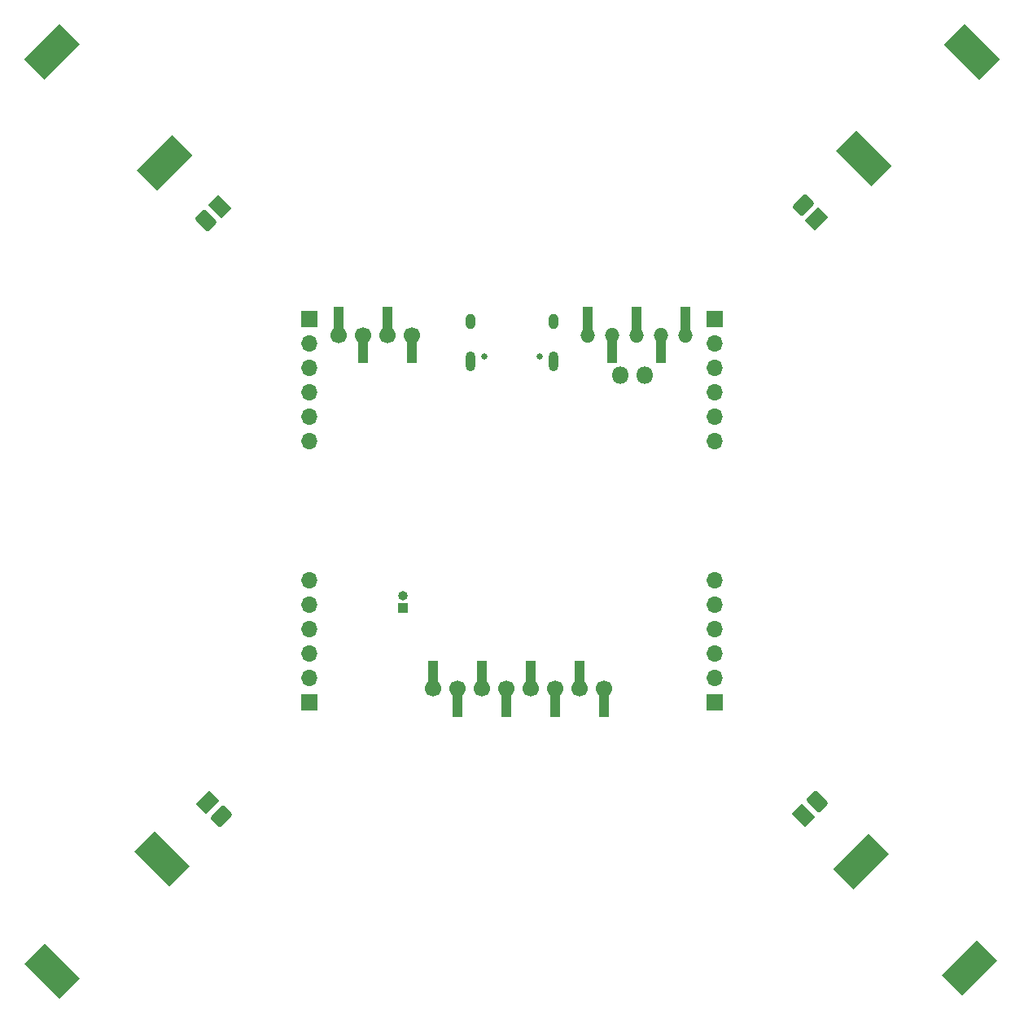
<source format=gbs>
G04 #@! TF.GenerationSoftware,KiCad,Pcbnew,9.0.0*
G04 #@! TF.CreationDate,2025-03-11T12:59:44+05:30*
G04 #@! TF.ProjectId,LiteWingV2.5C,4c697465-5769-46e6-9756-322e35432e6b,rev?*
G04 #@! TF.SameCoordinates,Original*
G04 #@! TF.FileFunction,Soldermask,Bot*
G04 #@! TF.FilePolarity,Negative*
%FSLAX46Y46*%
G04 Gerber Fmt 4.6, Leading zero omitted, Abs format (unit mm)*
G04 Created by KiCad (PCBNEW 9.0.0) date 2025-03-11 12:59:44*
%MOMM*%
%LPD*%
G01*
G04 APERTURE LIST*
G04 Aperture macros list*
%AMRoundRect*
0 Rectangle with rounded corners*
0 $1 Rounding radius*
0 $2 $3 $4 $5 $6 $7 $8 $9 X,Y pos of 4 corners*
0 Add a 4 corners polygon primitive as box body*
4,1,4,$2,$3,$4,$5,$6,$7,$8,$9,$2,$3,0*
0 Add four circle primitives for the rounded corners*
1,1,$1+$1,$2,$3*
1,1,$1+$1,$4,$5*
1,1,$1+$1,$6,$7*
1,1,$1+$1,$8,$9*
0 Add four rect primitives between the rounded corners*
20,1,$1+$1,$2,$3,$4,$5,0*
20,1,$1+$1,$4,$5,$6,$7,0*
20,1,$1+$1,$6,$7,$8,$9,0*
20,1,$1+$1,$8,$9,$2,$3,0*%
%AMRotRect*
0 Rectangle, with rotation*
0 The origin of the aperture is its center*
0 $1 length*
0 $2 width*
0 $3 Rotation angle, in degrees counterclockwise*
0 Add horizontal line*
21,1,$1,$2,0,0,$3*%
G04 Aperture macros list end*
%ADD10C,0.000000*%
%ADD11R,1.000000X1.000000*%
%ADD12O,1.000000X1.000000*%
%ADD13RoundRect,0.312500X-0.176777X0.795495X-0.795495X0.176777X0.176777X-0.795495X0.795495X-0.176777X0*%
%ADD14RotRect,1.500000X2.000000X225.000000*%
%ADD15RoundRect,0.312500X0.795495X0.176777X0.176777X0.795495X-0.795495X-0.176777X-0.176777X-0.795495X0*%
%ADD16RotRect,1.500000X2.000000X135.000000*%
%ADD17RoundRect,0.312500X0.176777X-0.795495X0.795495X-0.176777X-0.176777X0.795495X-0.795495X0.176777X0*%
%ADD18RotRect,1.500000X2.000000X45.000000*%
%ADD19R,1.700000X1.700000*%
%ADD20O,1.700000X1.700000*%
%ADD21C,0.650000*%
%ADD22O,1.000000X2.100000*%
%ADD23O,1.000000X1.600000*%
%ADD24O,1.800000X1.800000*%
%ADD25RoundRect,0.312500X-0.795495X-0.176777X-0.176777X-0.795495X0.795495X0.176777X0.176777X0.795495X0*%
%ADD26RotRect,1.500000X2.000000X315.000000*%
%ADD27C,1.700000*%
%ADD28R,1.000000X2.510000*%
%ADD29O,1.524000X1.524000*%
G04 APERTURE END LIST*
D10*
G36*
X102463144Y-142762438D02*
G01*
X100340974Y-144884608D01*
X96682104Y-141223198D01*
X98799194Y-139097218D01*
X102463144Y-142762438D01*
G37*
G36*
X102449174Y-45602358D02*
G01*
X98783954Y-49266308D01*
X96661784Y-47144138D01*
X100323194Y-43485268D01*
X102449174Y-45602358D01*
G37*
G36*
X113885901Y-131107449D02*
G01*
X111763731Y-133229619D01*
X108104861Y-129568209D01*
X110221951Y-127442229D01*
X113885901Y-131107449D01*
G37*
G36*
X198094964Y-47148520D02*
G01*
X195977874Y-49274500D01*
X192313924Y-45609280D01*
X194436094Y-43487110D01*
X198094964Y-47148520D01*
G37*
G36*
X114152915Y-57181462D02*
G01*
X110487695Y-60845412D01*
X108365525Y-58723242D01*
X112026935Y-55064372D01*
X114152915Y-57181462D01*
G37*
G36*
X186562367Y-129840134D02*
G01*
X182900957Y-133499004D01*
X180774977Y-131381914D01*
X184440197Y-127717964D01*
X186562367Y-129840134D01*
G37*
G36*
X186829069Y-58229975D02*
G01*
X184711979Y-60355955D01*
X181048029Y-56690735D01*
X183170199Y-54568565D01*
X186829069Y-58229975D01*
G37*
G36*
X197883896Y-140920240D02*
G01*
X194222486Y-144579110D01*
X192096506Y-142462020D01*
X195761726Y-138798070D01*
X197883896Y-140920240D01*
G37*
D11*
G04 #@! TO.C,J14*
X136061500Y-104255050D03*
D12*
X136061500Y-103004850D03*
G04 #@! TD*
D13*
G04 #@! TO.C,J8*
X179133199Y-124391485D03*
D14*
X177718985Y-125805699D03*
G04 #@! TD*
D15*
G04 #@! TO.C,J9*
X117141500Y-125899000D03*
D16*
X115727286Y-124484786D03*
G04 #@! TD*
D17*
G04 #@! TO.C,J10*
X115546801Y-63924515D03*
D18*
X116961015Y-62510301D03*
G04 #@! TD*
D19*
G04 #@! TO.C,J5*
X126276500Y-114084000D03*
D20*
X126276500Y-111544000D03*
X126276500Y-109004000D03*
X126276500Y-106464000D03*
X126276500Y-103924000D03*
X126276500Y-101384000D03*
G04 #@! TD*
D19*
G04 #@! TO.C,J3*
X168477500Y-114084000D03*
D20*
X168477500Y-111544000D03*
X168477500Y-109004000D03*
X168477500Y-106464000D03*
X168477500Y-103924000D03*
X168477500Y-101384000D03*
G04 #@! TD*
D19*
G04 #@! TO.C,J4*
X168477500Y-74204000D03*
D20*
X168477500Y-76744000D03*
X168477500Y-79284000D03*
X168477500Y-81824000D03*
X168477500Y-84364000D03*
X168477500Y-86904000D03*
G04 #@! TD*
D19*
G04 #@! TO.C,J6*
X126276500Y-74204000D03*
D20*
X126276500Y-76744000D03*
X126276500Y-79284000D03*
X126276500Y-81824000D03*
X126276500Y-84364000D03*
X126276500Y-86904000D03*
G04 #@! TD*
D21*
G04 #@! TO.C,J1*
X150267500Y-78059000D03*
X144487500Y-78059000D03*
D22*
X151697500Y-78589000D03*
D23*
X151697500Y-74409000D03*
D22*
X143057500Y-78589000D03*
D23*
X143057500Y-74409000D03*
G04 #@! TD*
D24*
G04 #@! TO.C,J2*
X161158501Y-80045600D03*
X158656499Y-80045600D03*
G04 #@! TD*
D25*
G04 #@! TO.C,J7*
X177666078Y-62332208D03*
D26*
X179080292Y-63746422D03*
G04 #@! TD*
D27*
G04 #@! TO.C,J11*
X156930000Y-112656500D03*
D28*
X156930000Y-114311500D03*
X154390000Y-111001500D03*
D27*
X154390000Y-112656500D03*
X151850000Y-112656500D03*
D28*
X151850000Y-114311500D03*
X149310000Y-111001501D03*
D27*
X149310000Y-112656500D03*
X146770000Y-112656500D03*
D28*
X146770000Y-114311500D03*
X144230000Y-111001500D03*
D27*
X144230000Y-112656500D03*
X141690000Y-112656500D03*
D28*
X141690000Y-114311500D03*
X139150000Y-111001500D03*
D27*
X139150000Y-112656500D03*
G04 #@! TD*
D28*
G04 #@! TO.C,J13*
X129347499Y-74214000D03*
D27*
X129347499Y-75869000D03*
D28*
X131887499Y-77524000D03*
D27*
X131887500Y-75869000D03*
D28*
X134427499Y-74214000D03*
D27*
X134427499Y-75869000D03*
X136967499Y-75869000D03*
D28*
X136967499Y-77524000D03*
G04 #@! TD*
D29*
G04 #@! TO.C,J12*
X155289499Y-75869000D03*
D28*
X155289500Y-74214000D03*
D29*
X157829499Y-75869000D03*
D28*
X157829499Y-77524000D03*
D29*
X160369498Y-75869000D03*
D28*
X160369499Y-74214000D03*
D29*
X162909499Y-75869000D03*
D28*
X162909499Y-77524000D03*
X165410499Y-74214000D03*
D29*
X165449499Y-75869000D03*
G04 #@! TD*
M02*

</source>
